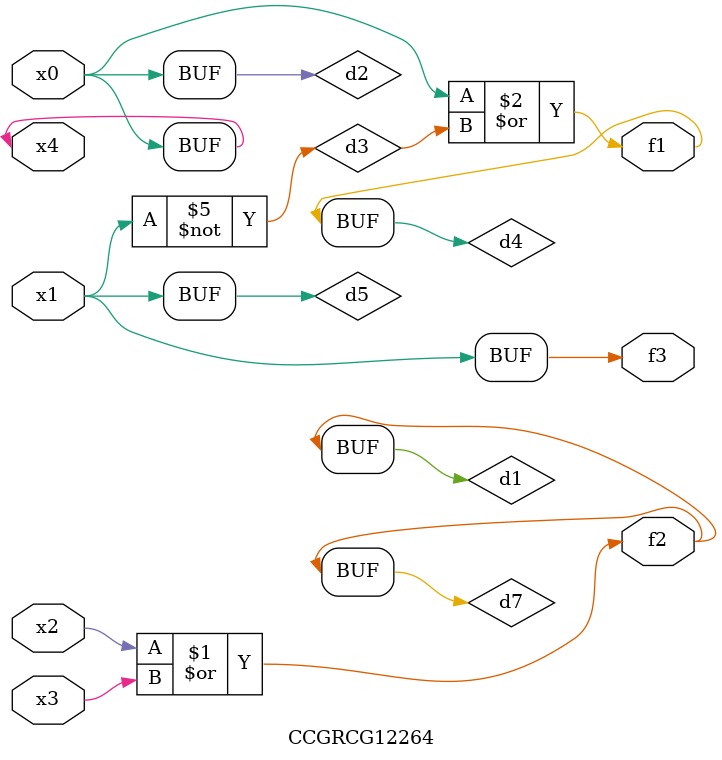
<source format=v>
module CCGRCG12264(
	input x0, x1, x2, x3, x4,
	output f1, f2, f3
);

	wire d1, d2, d3, d4, d5, d6, d7;

	or (d1, x2, x3);
	buf (d2, x0, x4);
	not (d3, x1);
	or (d4, d2, d3);
	not (d5, d3);
	nand (d6, d1, d3);
	or (d7, d1);
	assign f1 = d4;
	assign f2 = d7;
	assign f3 = d5;
endmodule

</source>
